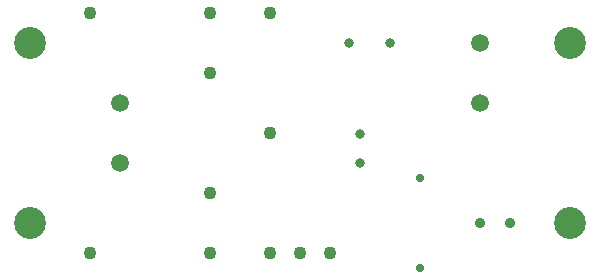
<source format=gbr>
%TF.GenerationSoftware,KiCad,Pcbnew,7.0.7*%
%TF.CreationDate,2024-08-27T12:46:02+05:30*%
%TF.ProjectId,Power supply module,506f7765-7220-4737-9570-706c79206d6f,rev?*%
%TF.SameCoordinates,Original*%
%TF.FileFunction,Plated,1,2,PTH,Drill*%
%TF.FilePolarity,Positive*%
%FSLAX46Y46*%
G04 Gerber Fmt 4.6, Leading zero omitted, Abs format (unit mm)*
G04 Created by KiCad (PCBNEW 7.0.7) date 2024-08-27 12:46:02*
%MOMM*%
%LPD*%
G01*
G04 APERTURE LIST*
%TA.AperFunction,ComponentDrill*%
%ADD10C,0.700000*%
%TD*%
%TA.AperFunction,ComponentDrill*%
%ADD11C,0.800000*%
%TD*%
%TA.AperFunction,ComponentDrill*%
%ADD12C,0.900000*%
%TD*%
%TA.AperFunction,ComponentDrill*%
%ADD13C,1.100000*%
%TD*%
%TA.AperFunction,ComponentDrill*%
%ADD14C,1.520000*%
%TD*%
%TA.AperFunction,ComponentDrill*%
%ADD15C,2.700000*%
%TD*%
G04 APERTURE END LIST*
D10*
%TO.C,R1*%
X144780000Y-95250000D03*
X144780000Y-102870000D03*
D11*
%TO.C,C1*%
X138740000Y-83820000D03*
%TO.C,C2*%
X139700000Y-91480000D03*
X139700000Y-93980000D03*
%TO.C,C1*%
X142240000Y-83820000D03*
D12*
%TO.C,D5*%
X149860000Y-99060000D03*
X152400000Y-99060000D03*
D13*
%TO.C,D3*%
X116840000Y-81280000D03*
%TO.C,D1*%
X116840000Y-101600000D03*
%TO.C,D3*%
X127000000Y-81280000D03*
%TO.C,D4*%
X127000000Y-86360000D03*
X127000000Y-96520000D03*
%TO.C,D1*%
X127000000Y-101600000D03*
%TO.C,D2*%
X132080000Y-81280000D03*
X132080000Y-91440000D03*
%TO.C,U1*%
X132080000Y-101600000D03*
X134620000Y-101600000D03*
X137160000Y-101600000D03*
D14*
%TO.C,J1*%
X119380000Y-88900000D03*
X119380000Y-93980000D03*
%TO.C,J2*%
X149860000Y-83820000D03*
X149860000Y-88900000D03*
D15*
%TO.C,H4*%
X111760000Y-83820000D03*
%TO.C,H3*%
X111760000Y-99060000D03*
%TO.C,H2*%
X157480000Y-83820000D03*
%TO.C,H1*%
X157480000Y-99060000D03*
M02*

</source>
